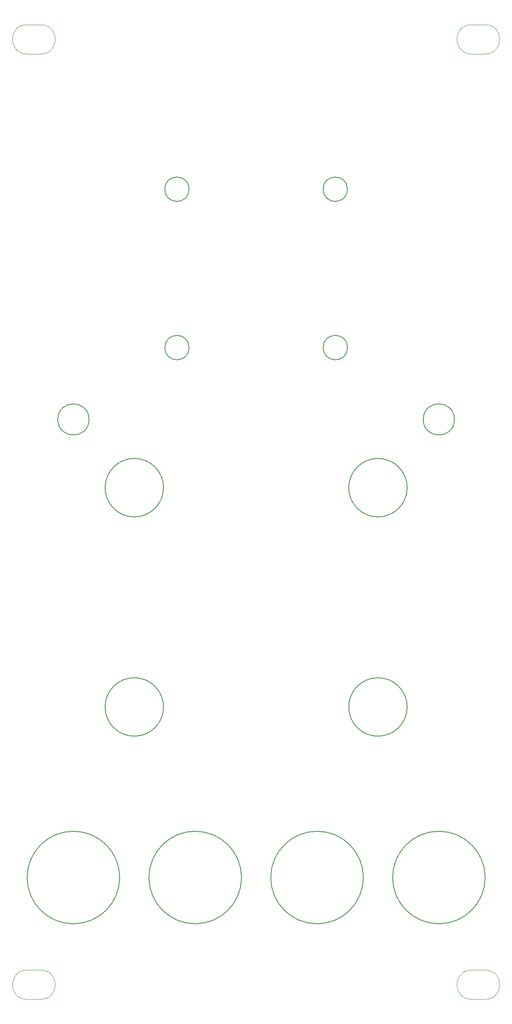
<source format=gbr>
G04 #@! TF.GenerationSoftware,KiCad,Pcbnew,6.0.5-a6ca702e91~116~ubuntu20.04.1*
G04 #@! TF.CreationDate,2022-06-21T20:30:45-04:00*
G04 #@! TF.ProjectId,joystick_panel,6a6f7973-7469-4636-9b5f-70616e656c2e,rev?*
G04 #@! TF.SameCoordinates,Original*
G04 #@! TF.FileFunction,Other,Comment*
%FSLAX46Y46*%
G04 Gerber Fmt 4.6, Leading zero omitted, Abs format (unit mm)*
G04 Created by KiCad (PCBNEW 6.0.5-a6ca702e91~116~ubuntu20.04.1) date 2022-06-21 20:30:45*
%MOMM*%
%LPD*%
G01*
G04 APERTURE LIST*
%ADD10C,0.120000*%
%ADD11C,0.150000*%
G04 APERTURE END LIST*
D10*
G04 #@! TO.C,H14*
X113100000Y-7600000D02*
X110300000Y-7600000D01*
X113100000Y-13600000D02*
X110300000Y-13600000D01*
X113100000Y-207600000D02*
X110300000Y-207600000D01*
X113100000Y-201600000D02*
X110300000Y-201600000D01*
X113100000Y-207600000D02*
G75*
G03*
X113100000Y-201600000I0J3000000D01*
G01*
X110300000Y-201600000D02*
G75*
G03*
X110300000Y-207600000I0J-3000000D01*
G01*
X113100000Y-13600000D02*
G75*
G03*
X113100000Y-7600000I0J3000000D01*
G01*
X110300000Y-7600000D02*
G75*
G03*
X110300000Y-13600000I0J-3000000D01*
G01*
D11*
G04 #@! TO.C,H1*
X88100000Y-182600000D02*
G75*
G03*
X88100000Y-182600000I-9500000J0D01*
G01*
D10*
G04 #@! TO.C,H11*
X19100000Y-201600000D02*
X21900000Y-201600000D01*
X19100000Y-13600000D02*
X21900000Y-13600000D01*
X19100000Y-207600000D02*
X21900000Y-207600000D01*
X19100000Y-7600000D02*
X21900000Y-7600000D01*
X19100000Y-201600000D02*
G75*
G03*
X19100000Y-207600000I0J-3000000D01*
G01*
X21900000Y-207600000D02*
G75*
G03*
X21900000Y-201600000I0J3000000D01*
G01*
X19100000Y-7600000D02*
G75*
G03*
X19100000Y-13600000I0J-3000000D01*
G01*
X21900000Y-13600000D02*
G75*
G03*
X21900000Y-7600000I0J3000000D01*
G01*
D11*
G04 #@! TO.C,H2*
X38100000Y-182600000D02*
G75*
G03*
X38100000Y-182600000I-9500000J0D01*
G01*
G04 #@! TO.C,H3*
X113100000Y-182600000D02*
G75*
G03*
X113100000Y-182600000I-9500000J0D01*
G01*
G04 #@! TO.C,H4*
X63100000Y-182600000D02*
G75*
G03*
X63100000Y-182600000I-9500000J0D01*
G01*
G04 #@! TO.C,H5*
X47100000Y-102600000D02*
G75*
G03*
X47100000Y-102600000I-6000000J0D01*
G01*
G04 #@! TO.C,H6*
X97100000Y-102600000D02*
G75*
G03*
X97100000Y-102600000I-6000000J0D01*
G01*
G04 #@! TO.C,H7*
X47100000Y-147600000D02*
G75*
G03*
X47100000Y-147600000I-6000000J0D01*
G01*
G04 #@! TO.C,H8*
X97100000Y-147600000D02*
G75*
G03*
X97100000Y-147600000I-6000000J0D01*
G01*
G04 #@! TO.C,H9*
X52350000Y-41350000D02*
G75*
G03*
X52350000Y-41350000I-2500000J0D01*
G01*
G04 #@! TO.C,H10*
X84850000Y-41350000D02*
G75*
G03*
X84850000Y-41350000I-2500000J0D01*
G01*
G04 #@! TO.C,H12*
X52350000Y-73850000D02*
G75*
G03*
X52350000Y-73850000I-2500000J0D01*
G01*
G04 #@! TO.C,H13*
X84850000Y-73850000D02*
G75*
G03*
X84850000Y-73850000I-2500000J0D01*
G01*
G04 #@! TO.C,H15*
X31800000Y-88600000D02*
G75*
G03*
X31800000Y-88600000I-3200000J0D01*
G01*
G04 #@! TO.C,H16*
X106800000Y-88600000D02*
G75*
G03*
X106800000Y-88600000I-3200000J0D01*
G01*
G04 #@! TD*
M02*

</source>
